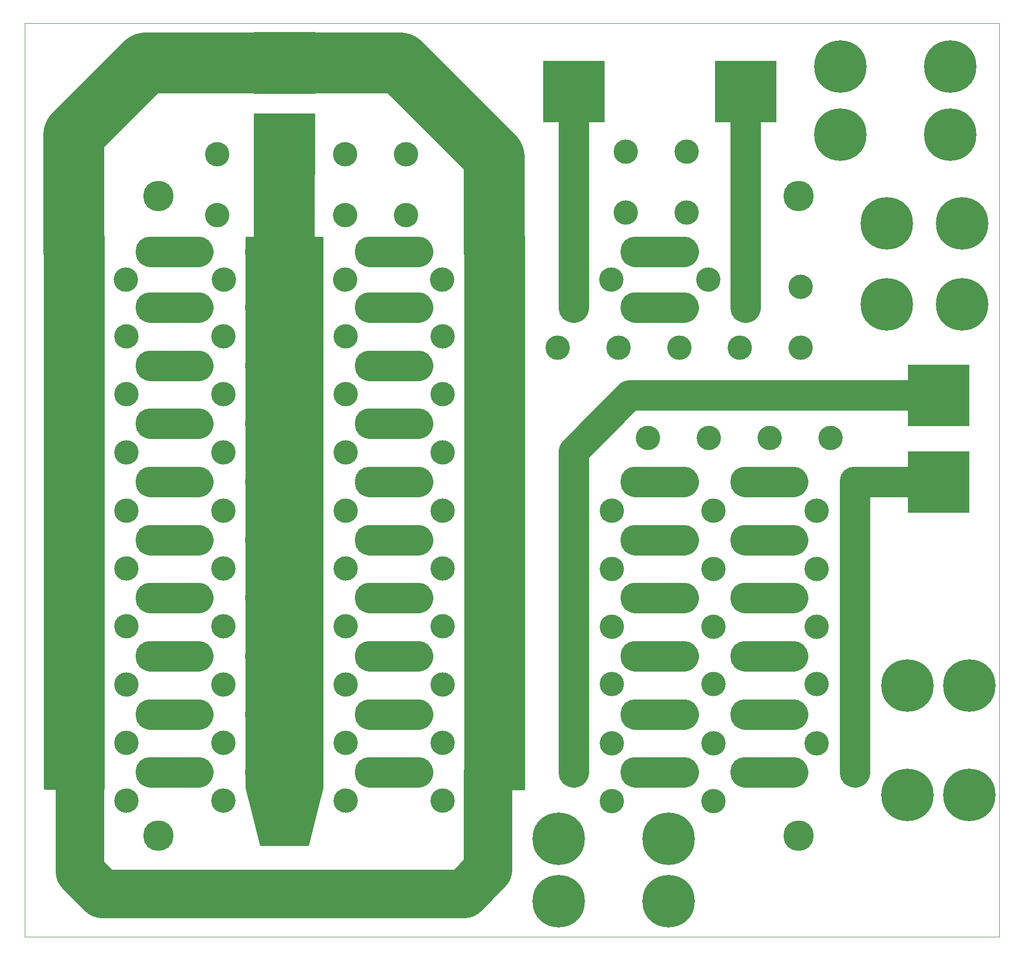
<source format=gbr>
G04 #@! TF.GenerationSoftware,KiCad,Pcbnew,(5.1.0)-1*
G04 #@! TF.CreationDate,2019-05-23T16:12:52+02:00*
G04 #@! TF.ProjectId,load_card,6c6f6164-5f63-4617-9264-2e6b69636164,1.1*
G04 #@! TF.SameCoordinates,Original*
G04 #@! TF.FileFunction,Copper,L1,Top*
G04 #@! TF.FilePolarity,Positive*
%FSLAX46Y46*%
G04 Gerber Fmt 4.6, Leading zero omitted, Abs format (unit mm)*
G04 Created by KiCad (PCBNEW (5.1.0)-1) date 2019-05-23 16:12:52*
%MOMM*%
%LPD*%
G04 APERTURE LIST*
%ADD10C,0.050000*%
%ADD11C,0.100000*%
%ADD12C,8.600000*%
%ADD13C,5.000000*%
%ADD14C,6.000000*%
%ADD15C,4.000000*%
%ADD16C,5.000000*%
%ADD17C,10.000000*%
%ADD18C,8.000000*%
%ADD19C,0.254000*%
G04 APERTURE END LIST*
D10*
X14400000Y-13900000D02*
X174400000Y-13900000D01*
X14400000Y-163900000D02*
X14400000Y-13900000D01*
X174400000Y-163900000D02*
X14400000Y-163900000D01*
X174400000Y-13900000D02*
X174400000Y-163900000D01*
D11*
G36*
X109500000Y-20100000D02*
G01*
X109500000Y-30100000D01*
X99500000Y-30100000D01*
X99500000Y-20100000D01*
X109500000Y-20100000D01*
G37*
X109500000Y-20100000D02*
X109500000Y-30100000D01*
X99500000Y-30100000D01*
X99500000Y-20100000D01*
X109500000Y-20100000D01*
G36*
X137700000Y-20100000D02*
G01*
X137700000Y-30100000D01*
X127700000Y-30100000D01*
X127700000Y-20100000D01*
X137700000Y-20100000D01*
G37*
X137700000Y-20100000D02*
X137700000Y-30100000D01*
X127700000Y-30100000D01*
X127700000Y-20100000D01*
X137700000Y-20100000D01*
G36*
X169400000Y-94200000D02*
G01*
X159400000Y-94200000D01*
X159400000Y-84200000D01*
X169400000Y-84200000D01*
X169400000Y-94200000D01*
G37*
X169400000Y-94200000D02*
X159400000Y-94200000D01*
X159400000Y-84200000D01*
X169400000Y-84200000D01*
X169400000Y-94200000D01*
G36*
X159400000Y-70000000D02*
G01*
X169400000Y-70000000D01*
X169400000Y-80000000D01*
X159400000Y-80000000D01*
X159400000Y-70000000D01*
G37*
X159400000Y-70000000D02*
X169400000Y-70000000D01*
X169400000Y-80000000D01*
X159400000Y-80000000D01*
X159400000Y-70000000D01*
G36*
X52000000Y-15400000D02*
G01*
X62000000Y-15400000D01*
X62000000Y-25400000D01*
X52000000Y-25400000D01*
X52000000Y-15400000D01*
G37*
X52000000Y-15400000D02*
X62000000Y-15400000D01*
X62000000Y-25400000D01*
X52000000Y-25400000D01*
X52000000Y-15400000D01*
G36*
X52000000Y-28700000D02*
G01*
X62000000Y-28700000D01*
X62000000Y-38700000D01*
X52000000Y-38700000D01*
X52000000Y-28700000D01*
G37*
X52000000Y-28700000D02*
X62000000Y-28700000D01*
X62000000Y-38700000D01*
X52000000Y-38700000D01*
X52000000Y-28700000D01*
D12*
X120100000Y-147800000D03*
X102100000Y-147800000D03*
X120100000Y-158000000D03*
X102100000Y-158000000D03*
D13*
X56900000Y-156800000D03*
X57000000Y-144400000D03*
X57000000Y-94000000D03*
X141400000Y-42300000D03*
X141400000Y-147300000D03*
X36400000Y-147300000D03*
X36400000Y-42300000D03*
D12*
X159300000Y-122600000D03*
X159300000Y-140600000D03*
X169500000Y-122600000D03*
X169500000Y-140600000D03*
X155900000Y-60100000D03*
X168300000Y-60100000D03*
X155900000Y-46800000D03*
X168300000Y-46800000D03*
X148300000Y-21000000D03*
X148300000Y-32200000D03*
X166300000Y-32200000D03*
X166300000Y-21000000D03*
D14*
X104500000Y-25100000D03*
X132700000Y-25100000D03*
X164400000Y-89200000D03*
X164400000Y-75000000D03*
X57000000Y-20400000D03*
X57000000Y-33700000D03*
D15*
X146700000Y-82000000D03*
X123100000Y-35000000D03*
X113100000Y-35000000D03*
X123100000Y-45000000D03*
X113100000Y-45000000D03*
X46000000Y-35400000D03*
X46000000Y-45400000D03*
X67000000Y-35400000D03*
X77000000Y-35400000D03*
X77000000Y-45400000D03*
X67000000Y-45400000D03*
X141800000Y-57200000D03*
X141800000Y-67200000D03*
X131800000Y-67200000D03*
X101900000Y-67200000D03*
X111900000Y-67200000D03*
X121900000Y-67200000D03*
X116700000Y-82000000D03*
X126700000Y-82000000D03*
X136700000Y-82000000D03*
X110800000Y-141600000D03*
X127500000Y-141600000D03*
X110800000Y-132100000D03*
X127500000Y-132100000D03*
X144400000Y-132100000D03*
X110800000Y-122400000D03*
X127500000Y-122400000D03*
X144400000Y-122400000D03*
X110800000Y-113000000D03*
X127500000Y-113000000D03*
X144400000Y-113000000D03*
X110800000Y-103500000D03*
X127500000Y-103500000D03*
X144400000Y-103500000D03*
X110800000Y-93900000D03*
X127500000Y-93900000D03*
X144400000Y-93900000D03*
X31100000Y-141500000D03*
X47000000Y-141500000D03*
X67100000Y-141500000D03*
X83000000Y-141500000D03*
X31100000Y-132000000D03*
X47000000Y-132000000D03*
X67100000Y-132000000D03*
X83000000Y-132000000D03*
X31100000Y-122500000D03*
X47000000Y-122500000D03*
X67100000Y-122500000D03*
X83000000Y-122500000D03*
X31100000Y-112900000D03*
X47000000Y-112900000D03*
X67100000Y-112900000D03*
X83000000Y-112900000D03*
X31100000Y-103400000D03*
X47000000Y-103400000D03*
X67100000Y-103400000D03*
X83000000Y-103400000D03*
X31100000Y-93900000D03*
X47000000Y-93900000D03*
X67100000Y-93900000D03*
X83000000Y-93900000D03*
X31100000Y-84400000D03*
X47000000Y-84400000D03*
X67100000Y-84400000D03*
X83000000Y-84400000D03*
X31100000Y-74800000D03*
X47000000Y-74800000D03*
X67100000Y-74800000D03*
X83000000Y-74800000D03*
X31100000Y-65300000D03*
X47000000Y-65300000D03*
X67100000Y-65300000D03*
X83000000Y-65300000D03*
X110720000Y-55979721D03*
X126600000Y-55979721D03*
X82900000Y-56000000D03*
X67000000Y-56000000D03*
X47100000Y-56000000D03*
X31000000Y-56000000D03*
D13*
X53080000Y-117821106D03*
X42920000Y-117821106D03*
X35080000Y-117821106D03*
X24920000Y-117821106D03*
X53080000Y-127360550D03*
X42920000Y-127360550D03*
X35080000Y-127360550D03*
X24920000Y-127360550D03*
X42920000Y-51400000D03*
X53080000Y-51400000D03*
X35080000Y-51404721D03*
X24920000Y-51404721D03*
X53080000Y-60584442D03*
X42920000Y-60584442D03*
X35080000Y-60584442D03*
X24920000Y-60584442D03*
X53080000Y-70123886D03*
X42920000Y-70123886D03*
X35080000Y-70123886D03*
X24920000Y-70123886D03*
X53080000Y-79663330D03*
X42920000Y-79663330D03*
X35080000Y-79663330D03*
X24920000Y-79663330D03*
X53080000Y-89202774D03*
X42920000Y-89202774D03*
X35080000Y-89202774D03*
X24920000Y-89202774D03*
X53080000Y-98742218D03*
X42920000Y-98742218D03*
X35080000Y-98742218D03*
X24920000Y-98742218D03*
X53080000Y-108281662D03*
X42920000Y-108281662D03*
X35080000Y-108281662D03*
X24920000Y-108281662D03*
X53080000Y-136900000D03*
X42920000Y-136900000D03*
X35080000Y-136900000D03*
X24920000Y-136900000D03*
X104520000Y-60584442D03*
X114680000Y-60584442D03*
X122520000Y-60584442D03*
X132680000Y-60584442D03*
X104520000Y-51400000D03*
X114680000Y-51400000D03*
X122520000Y-51400000D03*
X132680000Y-51400000D03*
X150680000Y-89202774D03*
X140520000Y-89202774D03*
X132680000Y-89202774D03*
X122520000Y-89202774D03*
X114680000Y-89202774D03*
X104520000Y-89202774D03*
X150680000Y-98742218D03*
X140520000Y-98742218D03*
X132680000Y-98742218D03*
X122520000Y-98742218D03*
X114680000Y-98742218D03*
X104520000Y-98742218D03*
X150680000Y-108281662D03*
X140520000Y-108281662D03*
X132680000Y-108281662D03*
X122520000Y-108281662D03*
X114680000Y-108281662D03*
X104520000Y-108281662D03*
X150680000Y-117821106D03*
X140520000Y-117821106D03*
X132680000Y-117821106D03*
X122520000Y-117821106D03*
X114680000Y-117821106D03*
X104520000Y-117821106D03*
X150680000Y-127360550D03*
X140520000Y-127360550D03*
X132680000Y-127360550D03*
X122520000Y-127360550D03*
X114680000Y-127360550D03*
X104520000Y-127360550D03*
X150680000Y-136900000D03*
X140520000Y-136900000D03*
X132680000Y-136900000D03*
X122520000Y-136900000D03*
X114680000Y-136900000D03*
X104520000Y-136900000D03*
X78920000Y-136900000D03*
X89080000Y-136900000D03*
X60920000Y-136900000D03*
X71080000Y-136900000D03*
X78920000Y-127360550D03*
X89080000Y-127360550D03*
X60920000Y-127360550D03*
X71080000Y-127360550D03*
X78920000Y-117821106D03*
X89080000Y-117821106D03*
X60920000Y-117821106D03*
X71080000Y-117821106D03*
X78920000Y-108281662D03*
X89080000Y-108281662D03*
X60920000Y-108281662D03*
X71080000Y-108281662D03*
X78920000Y-98742218D03*
X89080000Y-98742218D03*
X60920000Y-98742218D03*
X71080000Y-98742218D03*
X78920000Y-89202774D03*
X89080000Y-89202774D03*
X60920000Y-89202774D03*
X71080000Y-89202774D03*
X78920000Y-79663330D03*
X89080000Y-79663330D03*
X60920000Y-79663330D03*
X71080000Y-79663330D03*
X78920000Y-70123886D03*
X89080000Y-70123886D03*
X60920000Y-70123886D03*
X71080000Y-70123886D03*
X78920000Y-60584442D03*
X89080000Y-60584442D03*
X60920000Y-60584442D03*
X71080000Y-60584442D03*
X78920000Y-51400000D03*
X89080000Y-51400000D03*
X60920000Y-51400000D03*
X71080000Y-51400000D03*
D16*
X42915279Y-51404721D02*
X42920000Y-51400000D01*
X35080000Y-51404721D02*
X42915279Y-51404721D01*
X42920000Y-60584442D02*
X35080000Y-60584442D01*
X35080000Y-70123886D02*
X42920000Y-70123886D01*
X42920000Y-79663330D02*
X35080000Y-79663330D01*
X42920000Y-89202774D02*
X35080000Y-89202774D01*
X42920000Y-98742218D02*
X35080000Y-98742218D01*
X42920000Y-108281662D02*
X35080000Y-108281662D01*
X42920000Y-117821106D02*
X35080000Y-117821106D01*
X42920000Y-127360550D02*
X35080000Y-127360550D01*
X35080000Y-136900000D02*
X42920000Y-136900000D01*
X78920000Y-51400000D02*
X71080000Y-51400000D01*
X71080000Y-60584442D02*
X78920000Y-60584442D01*
X78920000Y-70123886D02*
X71080000Y-70123886D01*
X71080000Y-79663330D02*
X78920000Y-79663330D01*
X78920000Y-89202774D02*
X71080000Y-89202774D01*
X71080000Y-98742218D02*
X78920000Y-98742218D01*
X78920000Y-108281662D02*
X71080000Y-108281662D01*
X71080000Y-117821106D02*
X78920000Y-117821106D01*
X78920000Y-127360550D02*
X71080000Y-127360550D01*
X71080000Y-136900000D02*
X78920000Y-136900000D01*
X166900000Y-75000000D02*
X161900000Y-75000000D01*
X104520000Y-89202774D02*
X104520000Y-136900000D01*
X104520000Y-84180000D02*
X104520000Y-89202774D01*
X161900000Y-75000000D02*
X113700000Y-75000000D01*
X113700000Y-75000000D02*
X104520000Y-84180000D01*
X150682774Y-89200000D02*
X150680000Y-89202774D01*
X161900000Y-89200000D02*
X150682774Y-89200000D01*
X166900000Y-89200000D02*
X161900000Y-89200000D01*
X150680000Y-89202774D02*
X150680000Y-136900000D01*
X132680000Y-51400000D02*
X132680000Y-60584442D01*
X132700000Y-22600000D02*
X132700000Y-27600000D01*
X132700000Y-51380000D02*
X132680000Y-51400000D01*
X132700000Y-27600000D02*
X132700000Y-51380000D01*
X104520000Y-60584442D02*
X104520000Y-51400000D01*
X104520000Y-27620000D02*
X104500000Y-27600000D01*
X104520000Y-51400000D02*
X104520000Y-27620000D01*
X104500000Y-22600000D02*
X104500000Y-27600000D01*
X122520000Y-136900000D02*
X114680000Y-136900000D01*
X132680000Y-136900000D02*
X140520000Y-136900000D01*
X114680000Y-127360550D02*
X122520000Y-127360550D01*
X140520000Y-127360550D02*
X132680000Y-127360550D01*
X122520000Y-117821106D02*
X114680000Y-117821106D01*
X132680000Y-117821106D02*
X140520000Y-117821106D01*
X114680000Y-108281662D02*
X122520000Y-108281662D01*
X140520000Y-108281662D02*
X132680000Y-108281662D01*
X122520000Y-98742218D02*
X114680000Y-98742218D01*
X140520000Y-98742218D02*
X132680000Y-98742218D01*
X114680000Y-89202774D02*
X122520000Y-89202774D01*
X132680000Y-89202774D02*
X140520000Y-89202774D01*
X114680000Y-51400000D02*
X122520000Y-51400000D01*
X122520000Y-60584442D02*
X114680000Y-60584442D01*
D17*
X57000000Y-34700000D02*
X57000000Y-52000000D01*
D18*
X23500000Y-136880000D02*
X23500000Y-153200000D01*
X23500000Y-153200000D02*
X27100001Y-156800001D01*
X27100001Y-156800001D02*
X86599999Y-156800001D01*
X86599999Y-156800001D02*
X90500000Y-152900000D01*
X90500000Y-152900000D02*
X90500000Y-136880000D01*
D17*
X91500000Y-35880000D02*
X91500000Y-51400000D01*
X76045010Y-20425010D02*
X91500000Y-35880000D01*
X34274990Y-20425010D02*
X76045010Y-20425010D01*
X22500000Y-51400000D02*
X22500000Y-32200000D01*
X22500000Y-32200000D02*
X34274990Y-20425010D01*
D19*
G36*
X63273000Y-139384208D02*
G01*
X60901095Y-148773000D01*
X53098905Y-148773000D01*
X50727000Y-139384208D01*
X50727000Y-49027000D01*
X63273000Y-49027000D01*
X63273000Y-139384208D01*
X63273000Y-139384208D01*
G37*
X63273000Y-139384208D02*
X60901095Y-148773000D01*
X53098905Y-148773000D01*
X50727000Y-139384208D01*
X50727000Y-49027000D01*
X63273000Y-49027000D01*
X63273000Y-139384208D01*
G36*
X96373000Y-139673000D02*
G01*
X86627000Y-139673000D01*
X86627000Y-48927000D01*
X96373000Y-48927000D01*
X96373000Y-139673000D01*
X96373000Y-139673000D01*
G37*
X96373000Y-139673000D02*
X86627000Y-139673000D01*
X86627000Y-48927000D01*
X96373000Y-48927000D01*
X96373000Y-139673000D01*
G36*
X27373000Y-139573000D02*
G01*
X17627000Y-139573000D01*
X17627000Y-48827000D01*
X27373000Y-48827000D01*
X27373000Y-139573000D01*
X27373000Y-139573000D01*
G37*
X27373000Y-139573000D02*
X17627000Y-139573000D01*
X17627000Y-48827000D01*
X27373000Y-48827000D01*
X27373000Y-139573000D01*
M02*

</source>
